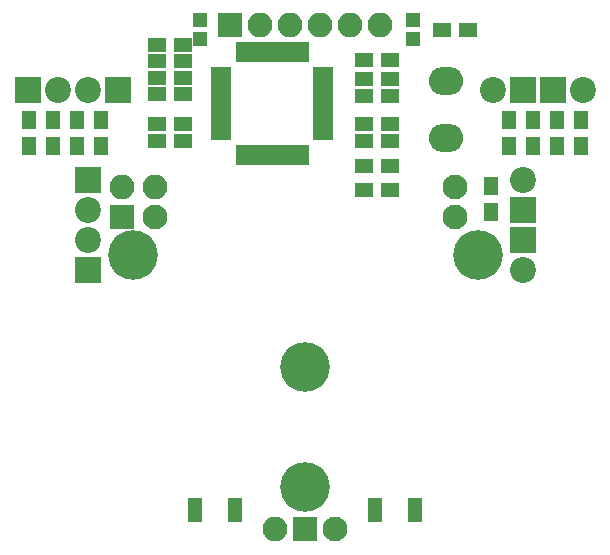
<source format=gbr>
G04 #@! TF.GenerationSoftware,KiCad,Pcbnew,5.1.4-e60b266~84~ubuntu18.04.1*
G04 #@! TF.CreationDate,2019-08-11T22:19:42+02:00*
G04 #@! TF.ProjectId,rat_board,7261745f-626f-4617-9264-2e6b69636164,rev?*
G04 #@! TF.SameCoordinates,Original*
G04 #@! TF.FileFunction,Soldermask,Top*
G04 #@! TF.FilePolarity,Negative*
%FSLAX46Y46*%
G04 Gerber Fmt 4.6, Leading zero omitted, Abs format (unit mm)*
G04 Created by KiCad (PCBNEW 5.1.4-e60b266~84~ubuntu18.04.1) date 2019-08-11 22:19:42*
%MOMM*%
%LPD*%
G04 APERTURE LIST*
%ADD10O,2.100000X2.100000*%
%ADD11R,2.100000X2.100000*%
%ADD12C,2.100000*%
%ADD13R,1.600000X1.300000*%
%ADD14C,4.200000*%
%ADD15R,2.200000X2.200000*%
%ADD16C,2.200000*%
%ADD17O,2.899360X2.398980*%
%ADD18R,1.300000X1.600000*%
%ADD19R,1.200000X1.200000*%
%ADD20R,1.700000X0.650000*%
%ADD21R,0.650000X1.700000*%
%ADD22R,1.300000X2.100000*%
G04 APERTURE END LIST*
D10*
X227330000Y-85344000D03*
X224790000Y-85344000D03*
X222250000Y-85344000D03*
X219710000Y-85344000D03*
X217170000Y-85344000D03*
D11*
X214630000Y-85344000D03*
D10*
X218440000Y-128016000D03*
D11*
X220980000Y-128016000D03*
D12*
X223520000Y-128016000D03*
D10*
X205486000Y-99060000D03*
D11*
X205486000Y-101600000D03*
D12*
X208280000Y-101600000D03*
D10*
X208280000Y-99060000D03*
D12*
X233680000Y-101600000D03*
X233680000Y-99060000D03*
D13*
X210650000Y-88392000D03*
X208450000Y-88392000D03*
D14*
X235585000Y-104775000D03*
X206375000Y-104775000D03*
X220980000Y-124460000D03*
X220980000Y-114300000D03*
D13*
X225976000Y-89916000D03*
X228176000Y-89916000D03*
X225976000Y-88265000D03*
X228176000Y-88265000D03*
X225976000Y-95123000D03*
X228176000Y-95123000D03*
X210650000Y-86995000D03*
X208450000Y-86995000D03*
X210650000Y-95123000D03*
X208450000Y-95123000D03*
X225976000Y-97282000D03*
X228176000Y-97282000D03*
X228176000Y-93726000D03*
X225976000Y-93726000D03*
X228176000Y-91313000D03*
X225976000Y-91313000D03*
D15*
X205105000Y-90805000D03*
D16*
X202565000Y-90805000D03*
D13*
X225976000Y-99314000D03*
X228176000Y-99314000D03*
D17*
X232918000Y-94896940D03*
X232918000Y-90015060D03*
D18*
X242316000Y-93388000D03*
X242316000Y-95588000D03*
X199644000Y-95588000D03*
X199644000Y-93388000D03*
X240284000Y-95588000D03*
X240284000Y-93388000D03*
X201676000Y-93388000D03*
X201676000Y-95588000D03*
X244348000Y-93388000D03*
X244348000Y-95588000D03*
X197612000Y-95588000D03*
X197612000Y-93388000D03*
X238252000Y-93388000D03*
X238252000Y-95588000D03*
X203708000Y-95588000D03*
X203708000Y-93388000D03*
D16*
X239395000Y-106045000D03*
D15*
X239395000Y-103505000D03*
D16*
X200025000Y-90805000D03*
D15*
X197485000Y-90805000D03*
D16*
X244475000Y-90805000D03*
D15*
X241935000Y-90805000D03*
D16*
X202565000Y-103505000D03*
D15*
X202565000Y-106045000D03*
X239395000Y-100965000D03*
D16*
X239395000Y-98425000D03*
D15*
X239395000Y-90805000D03*
D16*
X236855000Y-90805000D03*
D15*
X202565000Y-98425000D03*
D16*
X202565000Y-100965000D03*
D19*
X212090000Y-86525000D03*
X212090000Y-84925000D03*
X230124000Y-86525000D03*
X230124000Y-84925000D03*
D20*
X222536000Y-94698000D03*
X222536000Y-94198000D03*
X222536000Y-93698000D03*
X222536000Y-93198000D03*
X222536000Y-92698000D03*
X222536000Y-92198000D03*
X222536000Y-91698000D03*
X222536000Y-91198000D03*
X222536000Y-90698000D03*
X222536000Y-90198000D03*
X222536000Y-89698000D03*
X222536000Y-89198000D03*
D21*
X220936000Y-87598000D03*
X220436000Y-87598000D03*
X219936000Y-87598000D03*
X219436000Y-87598000D03*
X218936000Y-87598000D03*
X218436000Y-87598000D03*
X217936000Y-87598000D03*
X217436000Y-87598000D03*
X216936000Y-87598000D03*
X216436000Y-87598000D03*
X215936000Y-87598000D03*
X215436000Y-87598000D03*
D20*
X213836000Y-89198000D03*
X213836000Y-89698000D03*
X213836000Y-90198000D03*
X213836000Y-90698000D03*
X213836000Y-91198000D03*
X213836000Y-91698000D03*
X213836000Y-92198000D03*
X213836000Y-92698000D03*
X213836000Y-93198000D03*
X213836000Y-93698000D03*
X213836000Y-94198000D03*
X213836000Y-94698000D03*
D21*
X215436000Y-96298000D03*
X215936000Y-96298000D03*
X216436000Y-96298000D03*
X216936000Y-96298000D03*
X217436000Y-96298000D03*
X217936000Y-96298000D03*
X218436000Y-96298000D03*
X218936000Y-96298000D03*
X219436000Y-96298000D03*
X219936000Y-96298000D03*
X220436000Y-96298000D03*
X220936000Y-96298000D03*
D13*
X234780000Y-85725000D03*
X232580000Y-85725000D03*
X210650000Y-91186000D03*
X208450000Y-91186000D03*
D18*
X236728000Y-101176000D03*
X236728000Y-98976000D03*
D13*
X210650000Y-93726000D03*
X208450000Y-93726000D03*
X208450000Y-89789000D03*
X210650000Y-89789000D03*
D22*
X215060000Y-126365000D03*
X211660000Y-126365000D03*
X226900000Y-126365000D03*
X230300000Y-126365000D03*
M02*

</source>
